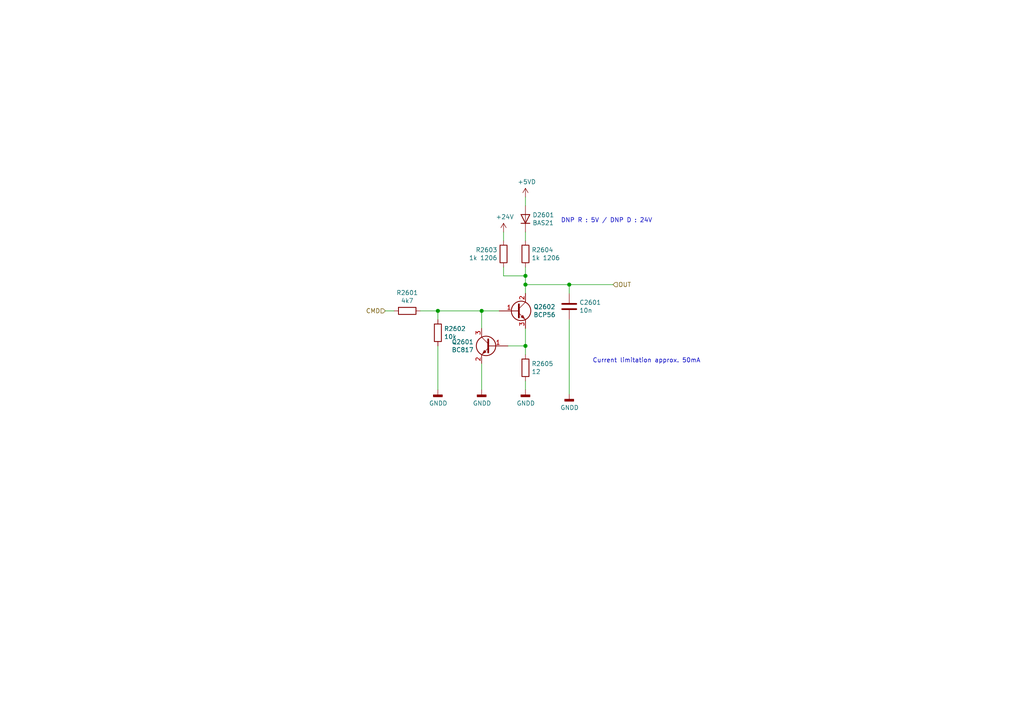
<source format=kicad_sch>
(kicad_sch (version 20211123) (generator eeschema)

  (uuid 682d9ca8-b7a9-45f6-ad57-75bc9baaffab)

  (paper "A4")

  (lib_symbols
    (symbol "Device:C" (pin_numbers hide) (pin_names (offset 0.254)) (in_bom yes) (on_board yes)
      (property "Reference" "C" (id 0) (at 0.635 2.54 0)
        (effects (font (size 1.27 1.27)) (justify left))
      )
      (property "Value" "C" (id 1) (at 0.635 -2.54 0)
        (effects (font (size 1.27 1.27)) (justify left))
      )
      (property "Footprint" "" (id 2) (at 0.9652 -3.81 0)
        (effects (font (size 1.27 1.27)) hide)
      )
      (property "Datasheet" "~" (id 3) (at 0 0 0)
        (effects (font (size 1.27 1.27)) hide)
      )
      (property "ki_keywords" "cap capacitor" (id 4) (at 0 0 0)
        (effects (font (size 1.27 1.27)) hide)
      )
      (property "ki_description" "Unpolarized capacitor" (id 5) (at 0 0 0)
        (effects (font (size 1.27 1.27)) hide)
      )
      (property "ki_fp_filters" "C_*" (id 6) (at 0 0 0)
        (effects (font (size 1.27 1.27)) hide)
      )
      (symbol "C_0_1"
        (polyline
          (pts
            (xy -2.032 -0.762)
            (xy 2.032 -0.762)
          )
          (stroke (width 0.508) (type default) (color 0 0 0 0))
          (fill (type none))
        )
        (polyline
          (pts
            (xy -2.032 0.762)
            (xy 2.032 0.762)
          )
          (stroke (width 0.508) (type default) (color 0 0 0 0))
          (fill (type none))
        )
      )
      (symbol "C_1_1"
        (pin passive line (at 0 3.81 270) (length 2.794)
          (name "~" (effects (font (size 1.27 1.27))))
          (number "1" (effects (font (size 1.27 1.27))))
        )
        (pin passive line (at 0 -3.81 90) (length 2.794)
          (name "~" (effects (font (size 1.27 1.27))))
          (number "2" (effects (font (size 1.27 1.27))))
        )
      )
    )
    (symbol "Device:R" (pin_numbers hide) (pin_names (offset 0)) (in_bom yes) (on_board yes)
      (property "Reference" "R" (id 0) (at 2.032 0 90)
        (effects (font (size 1.27 1.27)))
      )
      (property "Value" "R" (id 1) (at 0 0 90)
        (effects (font (size 1.27 1.27)))
      )
      (property "Footprint" "" (id 2) (at -1.778 0 90)
        (effects (font (size 1.27 1.27)) hide)
      )
      (property "Datasheet" "~" (id 3) (at 0 0 0)
        (effects (font (size 1.27 1.27)) hide)
      )
      (property "ki_keywords" "R res resistor" (id 4) (at 0 0 0)
        (effects (font (size 1.27 1.27)) hide)
      )
      (property "ki_description" "Resistor" (id 5) (at 0 0 0)
        (effects (font (size 1.27 1.27)) hide)
      )
      (property "ki_fp_filters" "R_*" (id 6) (at 0 0 0)
        (effects (font (size 1.27 1.27)) hide)
      )
      (symbol "R_0_1"
        (rectangle (start -1.016 -2.54) (end 1.016 2.54)
          (stroke (width 0.254) (type default) (color 0 0 0 0))
          (fill (type none))
        )
      )
      (symbol "R_1_1"
        (pin passive line (at 0 3.81 270) (length 1.27)
          (name "~" (effects (font (size 1.27 1.27))))
          (number "1" (effects (font (size 1.27 1.27))))
        )
        (pin passive line (at 0 -3.81 90) (length 1.27)
          (name "~" (effects (font (size 1.27 1.27))))
          (number "2" (effects (font (size 1.27 1.27))))
        )
      )
    )
    (symbol "Diode:BAS21" (pin_numbers hide) (pin_names hide) (in_bom yes) (on_board yes)
      (property "Reference" "D" (id 0) (at 0 2.54 0)
        (effects (font (size 1.27 1.27)))
      )
      (property "Value" "BAS21" (id 1) (at 0 -2.54 0)
        (effects (font (size 1.27 1.27)))
      )
      (property "Footprint" "Package_TO_SOT_SMD:SOT-23" (id 2) (at 0 -4.445 0)
        (effects (font (size 1.27 1.27)) hide)
      )
      (property "Datasheet" "https://www.diodes.com/assets/Datasheets/Ds12004.pdf" (id 3) (at 0 0 0)
        (effects (font (size 1.27 1.27)) hide)
      )
      (property "ki_keywords" "diode" (id 4) (at 0 0 0)
        (effects (font (size 1.27 1.27)) hide)
      )
      (property "ki_description" "250V, 0.4A, High-speed Switching Diode, SOT-23" (id 5) (at 0 0 0)
        (effects (font (size 1.27 1.27)) hide)
      )
      (property "ki_fp_filters" "SOT?23*" (id 6) (at 0 0 0)
        (effects (font (size 1.27 1.27)) hide)
      )
      (symbol "BAS21_0_1"
        (polyline
          (pts
            (xy -1.27 1.27)
            (xy -1.27 -1.27)
          )
          (stroke (width 0.254) (type default) (color 0 0 0 0))
          (fill (type none))
        )
        (polyline
          (pts
            (xy 1.27 0)
            (xy -1.27 0)
          )
          (stroke (width 0) (type default) (color 0 0 0 0))
          (fill (type none))
        )
        (polyline
          (pts
            (xy 1.27 1.27)
            (xy 1.27 -1.27)
            (xy -1.27 0)
            (xy 1.27 1.27)
          )
          (stroke (width 0.254) (type default) (color 0 0 0 0))
          (fill (type none))
        )
      )
      (symbol "BAS21_1_1"
        (pin passive line (at 3.81 0 180) (length 2.54)
          (name "A" (effects (font (size 1.27 1.27))))
          (number "1" (effects (font (size 1.27 1.27))))
        )
        (pin no_connect line (at -1.27 0 0) (length 2.54) hide
          (name "NC" (effects (font (size 1.27 1.27))))
          (number "2" (effects (font (size 1.27 1.27))))
        )
        (pin passive line (at -3.81 0 0) (length 2.54)
          (name "K" (effects (font (size 1.27 1.27))))
          (number "3" (effects (font (size 1.27 1.27))))
        )
      )
    )
    (symbol "Transistor_BJT:BC817" (pin_names (offset 0) hide) (in_bom yes) (on_board yes)
      (property "Reference" "Q" (id 0) (at 5.08 1.905 0)
        (effects (font (size 1.27 1.27)) (justify left))
      )
      (property "Value" "BC817" (id 1) (at 5.08 0 0)
        (effects (font (size 1.27 1.27)) (justify left))
      )
      (property "Footprint" "Package_TO_SOT_SMD:SOT-23" (id 2) (at 5.08 -1.905 0)
        (effects (font (size 1.27 1.27) italic) (justify left) hide)
      )
      (property "Datasheet" "https://www.onsemi.com/pub/Collateral/BC818-D.pdf" (id 3) (at 0 0 0)
        (effects (font (size 1.27 1.27)) (justify left) hide)
      )
      (property "ki_keywords" "NPN Transistor" (id 4) (at 0 0 0)
        (effects (font (size 1.27 1.27)) hide)
      )
      (property "ki_description" "0.8A Ic, 45V Vce, NPN Transistor, SOT-23" (id 5) (at 0 0 0)
        (effects (font (size 1.27 1.27)) hide)
      )
      (property "ki_fp_filters" "SOT?23*" (id 6) (at 0 0 0)
        (effects (font (size 1.27 1.27)) hide)
      )
      (symbol "BC817_0_1"
        (polyline
          (pts
            (xy 0.635 0.635)
            (xy 2.54 2.54)
          )
          (stroke (width 0) (type default) (color 0 0 0 0))
          (fill (type none))
        )
        (polyline
          (pts
            (xy 0.635 -0.635)
            (xy 2.54 -2.54)
            (xy 2.54 -2.54)
          )
          (stroke (width 0) (type default) (color 0 0 0 0))
          (fill (type none))
        )
        (polyline
          (pts
            (xy 0.635 1.905)
            (xy 0.635 -1.905)
            (xy 0.635 -1.905)
          )
          (stroke (width 0.508) (type default) (color 0 0 0 0))
          (fill (type none))
        )
        (polyline
          (pts
            (xy 1.27 -1.778)
            (xy 1.778 -1.27)
            (xy 2.286 -2.286)
            (xy 1.27 -1.778)
            (xy 1.27 -1.778)
          )
          (stroke (width 0) (type default) (color 0 0 0 0))
          (fill (type outline))
        )
        (circle (center 1.27 0) (radius 2.8194)
          (stroke (width 0.254) (type default) (color 0 0 0 0))
          (fill (type none))
        )
      )
      (symbol "BC817_1_1"
        (pin input line (at -5.08 0 0) (length 5.715)
          (name "B" (effects (font (size 1.27 1.27))))
          (number "1" (effects (font (size 1.27 1.27))))
        )
        (pin passive line (at 2.54 -5.08 90) (length 2.54)
          (name "E" (effects (font (size 1.27 1.27))))
          (number "2" (effects (font (size 1.27 1.27))))
        )
        (pin passive line (at 2.54 5.08 270) (length 2.54)
          (name "C" (effects (font (size 1.27 1.27))))
          (number "3" (effects (font (size 1.27 1.27))))
        )
      )
    )
    (symbol "Transistor_BJT:BCP56" (pin_names (offset 0) hide) (in_bom yes) (on_board yes)
      (property "Reference" "Q" (id 0) (at 5.08 1.905 0)
        (effects (font (size 1.27 1.27)) (justify left))
      )
      (property "Value" "BCP56" (id 1) (at 5.08 0 0)
        (effects (font (size 1.27 1.27)) (justify left))
      )
      (property "Footprint" "Package_TO_SOT_SMD:SOT-223-3_TabPin2" (id 2) (at 5.08 -1.905 0)
        (effects (font (size 1.27 1.27) italic) (justify left) hide)
      )
      (property "Datasheet" "http://cache.nxp.com/documents/data_sheet/BCP56_BCX56_BC56PA.pdf?pspll=1" (id 3) (at 0 0 0)
        (effects (font (size 1.27 1.27)) (justify left) hide)
      )
      (property "ki_keywords" "NPN Transistor" (id 4) (at 0 0 0)
        (effects (font (size 1.27 1.27)) hide)
      )
      (property "ki_description" "1A Ic, 80V Vce, NPN Medium Power Transistor, SOT-223" (id 5) (at 0 0 0)
        (effects (font (size 1.27 1.27)) hide)
      )
      (property "ki_fp_filters" "SOT?223*" (id 6) (at 0 0 0)
        (effects (font (size 1.27 1.27)) hide)
      )
      (symbol "BCP56_0_1"
        (polyline
          (pts
            (xy 0.635 0.635)
            (xy 2.54 2.54)
          )
          (stroke (width 0) (type default) (color 0 0 0 0))
          (fill (type none))
        )
        (polyline
          (pts
            (xy 0.635 -0.635)
            (xy 2.54 -2.54)
            (xy 2.54 -2.54)
          )
          (stroke (width 0) (type default) (color 0 0 0 0))
          (fill (type none))
        )
        (polyline
          (pts
            (xy 0.635 1.905)
            (xy 0.635 -1.905)
            (xy 0.635 -1.905)
          )
          (stroke (width 0.508) (type default) (color 0 0 0 0))
          (fill (type none))
        )
        (polyline
          (pts
            (xy 1.27 -1.778)
            (xy 1.778 -1.27)
            (xy 2.286 -2.286)
            (xy 1.27 -1.778)
            (xy 1.27 -1.778)
          )
          (stroke (width 0) (type default) (color 0 0 0 0))
          (fill (type outline))
        )
        (circle (center 1.27 0) (radius 2.8194)
          (stroke (width 0.254) (type default) (color 0 0 0 0))
          (fill (type none))
        )
      )
      (symbol "BCP56_1_1"
        (pin input line (at -5.08 0 0) (length 5.715)
          (name "B" (effects (font (size 1.27 1.27))))
          (number "1" (effects (font (size 1.27 1.27))))
        )
        (pin passive line (at 2.54 5.08 270) (length 2.54)
          (name "C" (effects (font (size 1.27 1.27))))
          (number "2" (effects (font (size 1.27 1.27))))
        )
        (pin passive line (at 2.54 -5.08 90) (length 2.54)
          (name "E" (effects (font (size 1.27 1.27))))
          (number "3" (effects (font (size 1.27 1.27))))
        )
        (pin passive line (at 2.54 5.08 270) (length 2.54) hide
          (name "C" (effects (font (size 1.27 1.27))))
          (number "4" (effects (font (size 1.27 1.27))))
        )
      )
    )
    (symbol "power:+24V" (power) (pin_names (offset 0)) (in_bom yes) (on_board yes)
      (property "Reference" "#PWR" (id 0) (at 0 -3.81 0)
        (effects (font (size 1.27 1.27)) hide)
      )
      (property "Value" "+24V" (id 1) (at 0 3.556 0)
        (effects (font (size 1.27 1.27)))
      )
      (property "Footprint" "" (id 2) (at 0 0 0)
        (effects (font (size 1.27 1.27)) hide)
      )
      (property "Datasheet" "" (id 3) (at 0 0 0)
        (effects (font (size 1.27 1.27)) hide)
      )
      (property "ki_keywords" "power-flag" (id 4) (at 0 0 0)
        (effects (font (size 1.27 1.27)) hide)
      )
      (property "ki_description" "Power symbol creates a global label with name \"+24V\"" (id 5) (at 0 0 0)
        (effects (font (size 1.27 1.27)) hide)
      )
      (symbol "+24V_0_1"
        (polyline
          (pts
            (xy -0.762 1.27)
            (xy 0 2.54)
          )
          (stroke (width 0) (type default) (color 0 0 0 0))
          (fill (type none))
        )
        (polyline
          (pts
            (xy 0 0)
            (xy 0 2.54)
          )
          (stroke (width 0) (type default) (color 0 0 0 0))
          (fill (type none))
        )
        (polyline
          (pts
            (xy 0 2.54)
            (xy 0.762 1.27)
          )
          (stroke (width 0) (type default) (color 0 0 0 0))
          (fill (type none))
        )
      )
      (symbol "+24V_1_1"
        (pin power_in line (at 0 0 90) (length 0) hide
          (name "+24V" (effects (font (size 1.27 1.27))))
          (number "1" (effects (font (size 1.27 1.27))))
        )
      )
    )
    (symbol "power:+5VD" (power) (pin_names (offset 0)) (in_bom yes) (on_board yes)
      (property "Reference" "#PWR" (id 0) (at 0 -3.81 0)
        (effects (font (size 1.27 1.27)) hide)
      )
      (property "Value" "+5VD" (id 1) (at 0 3.556 0)
        (effects (font (size 1.27 1.27)))
      )
      (property "Footprint" "" (id 2) (at 0 0 0)
        (effects (font (size 1.27 1.27)) hide)
      )
      (property "Datasheet" "" (id 3) (at 0 0 0)
        (effects (font (size 1.27 1.27)) hide)
      )
      (property "ki_keywords" "power-flag" (id 4) (at 0 0 0)
        (effects (font (size 1.27 1.27)) hide)
      )
      (property "ki_description" "Power symbol creates a global label with name \"+5VD\"" (id 5) (at 0 0 0)
        (effects (font (size 1.27 1.27)) hide)
      )
      (symbol "+5VD_0_1"
        (polyline
          (pts
            (xy -0.762 1.27)
            (xy 0 2.54)
          )
          (stroke (width 0) (type default) (color 0 0 0 0))
          (fill (type none))
        )
        (polyline
          (pts
            (xy 0 0)
            (xy 0 2.54)
          )
          (stroke (width 0) (type default) (color 0 0 0 0))
          (fill (type none))
        )
        (polyline
          (pts
            (xy 0 2.54)
            (xy 0.762 1.27)
          )
          (stroke (width 0) (type default) (color 0 0 0 0))
          (fill (type none))
        )
      )
      (symbol "+5VD_1_1"
        (pin power_in line (at 0 0 90) (length 0) hide
          (name "+5VD" (effects (font (size 1.27 1.27))))
          (number "1" (effects (font (size 1.27 1.27))))
        )
      )
    )
    (symbol "power:GNDD" (power) (pin_names (offset 0)) (in_bom yes) (on_board yes)
      (property "Reference" "#PWR" (id 0) (at 0 -6.35 0)
        (effects (font (size 1.27 1.27)) hide)
      )
      (property "Value" "GNDD" (id 1) (at 0 -3.175 0)
        (effects (font (size 1.27 1.27)))
      )
      (property "Footprint" "" (id 2) (at 0 0 0)
        (effects (font (size 1.27 1.27)) hide)
      )
      (property "Datasheet" "" (id 3) (at 0 0 0)
        (effects (font (size 1.27 1.27)) hide)
      )
      (property "ki_keywords" "power-flag" (id 4) (at 0 0 0)
        (effects (font (size 1.27 1.27)) hide)
      )
      (property "ki_description" "Power symbol creates a global label with name \"GNDD\" , digital ground" (id 5) (at 0 0 0)
        (effects (font (size 1.27 1.27)) hide)
      )
      (symbol "GNDD_0_1"
        (rectangle (start -1.27 -1.524) (end 1.27 -2.032)
          (stroke (width 0.254) (type default) (color 0 0 0 0))
          (fill (type outline))
        )
        (polyline
          (pts
            (xy 0 0)
            (xy 0 -1.524)
          )
          (stroke (width 0) (type default) (color 0 0 0 0))
          (fill (type none))
        )
      )
      (symbol "GNDD_1_1"
        (pin power_in line (at 0 0 270) (length 0) hide
          (name "GNDD" (effects (font (size 1.27 1.27))))
          (number "1" (effects (font (size 1.27 1.27))))
        )
      )
    )
  )

  (junction (at 152.4 82.55) (diameter 1.016) (color 0 0 0 0)
    (uuid 0150466f-ce29-4592-90c4-9b392099c1dd)
  )
  (junction (at 152.4 80.01) (diameter 1.016) (color 0 0 0 0)
    (uuid 04f08b3b-9cdb-4c32-9518-cb2b93f4877b)
  )
  (junction (at 127 90.17) (diameter 1.016) (color 0 0 0 0)
    (uuid 4a794a6c-2999-494a-8e8f-8c2da759703b)
  )
  (junction (at 152.4 100.33) (diameter 1.016) (color 0 0 0 0)
    (uuid b81289f2-27cf-4233-b1fc-a46009c0e108)
  )
  (junction (at 165.1 82.55) (diameter 1.016) (color 0 0 0 0)
    (uuid cc5cfc5b-07f7-4d97-89c7-bcfdfbae9ca7)
  )
  (junction (at 139.7 90.17) (diameter 1.016) (color 0 0 0 0)
    (uuid fd139142-05da-4c50-8a33-ae6a9be8379b)
  )

  (wire (pts (xy 146.05 77.47) (xy 146.05 80.01))
    (stroke (width 0) (type solid) (color 0 0 0 0))
    (uuid 068a9468-3473-4211-85ea-850f974b2420)
  )
  (wire (pts (xy 152.4 57.15) (xy 152.4 59.69))
    (stroke (width 0) (type solid) (color 0 0 0 0))
    (uuid 1f532a01-7dd2-4016-bd0b-5de415997445)
  )
  (wire (pts (xy 139.7 90.17) (xy 139.7 95.25))
    (stroke (width 0) (type solid) (color 0 0 0 0))
    (uuid 3bab4c4b-452d-46e4-9cad-d5bde11172e2)
  )
  (wire (pts (xy 146.05 67.31) (xy 146.05 69.85))
    (stroke (width 0) (type solid) (color 0 0 0 0))
    (uuid 3e879760-c9bb-4be9-90dd-10186d6640ca)
  )
  (wire (pts (xy 152.4 80.01) (xy 152.4 82.55))
    (stroke (width 0) (type solid) (color 0 0 0 0))
    (uuid 4b48c725-5765-4833-bf82-9f95bf53e282)
  )
  (wire (pts (xy 121.92 90.17) (xy 127 90.17))
    (stroke (width 0) (type solid) (color 0 0 0 0))
    (uuid 4e9272f6-4965-4394-bf8f-3bb8a9d0dbc0)
  )
  (wire (pts (xy 165.1 85.09) (xy 165.1 82.55))
    (stroke (width 0) (type solid) (color 0 0 0 0))
    (uuid 5005b4e5-5105-4f10-838f-414505953e79)
  )
  (wire (pts (xy 152.4 100.33) (xy 152.4 102.87))
    (stroke (width 0) (type solid) (color 0 0 0 0))
    (uuid 5577c6eb-3259-432b-af68-ea00af774ddc)
  )
  (wire (pts (xy 127 100.33) (xy 127 113.03))
    (stroke (width 0) (type solid) (color 0 0 0 0))
    (uuid 5b5ac67b-d366-4f1b-ae15-6e3b914a5f05)
  )
  (wire (pts (xy 177.8 82.55) (xy 165.1 82.55))
    (stroke (width 0) (type solid) (color 0 0 0 0))
    (uuid 6e80eb76-57e9-4d0c-86f2-4ad498ece8e5)
  )
  (wire (pts (xy 152.4 110.49) (xy 152.4 113.03))
    (stroke (width 0) (type solid) (color 0 0 0 0))
    (uuid 930a6d5a-f783-4499-8546-95b86ee68b79)
  )
  (wire (pts (xy 165.1 82.55) (xy 152.4 82.55))
    (stroke (width 0) (type solid) (color 0 0 0 0))
    (uuid 99095088-bb57-4ffc-8e57-a3deea09c05f)
  )
  (wire (pts (xy 152.4 85.09) (xy 152.4 82.55))
    (stroke (width 0) (type solid) (color 0 0 0 0))
    (uuid a44b141f-0577-47cd-b544-da78e425cc74)
  )
  (wire (pts (xy 152.4 67.31) (xy 152.4 69.85))
    (stroke (width 0) (type solid) (color 0 0 0 0))
    (uuid aa54a77c-0ed5-42c8-8b64-1d2a34539773)
  )
  (wire (pts (xy 114.3 90.17) (xy 111.76 90.17))
    (stroke (width 0) (type solid) (color 0 0 0 0))
    (uuid ae6d6d11-5ed5-4ab4-a9cd-9861c28a6095)
  )
  (wire (pts (xy 146.05 80.01) (xy 152.4 80.01))
    (stroke (width 0) (type solid) (color 0 0 0 0))
    (uuid c12c08de-68c7-4f40-82f6-611d0c4ae4bf)
  )
  (wire (pts (xy 147.32 100.33) (xy 152.4 100.33))
    (stroke (width 0) (type solid) (color 0 0 0 0))
    (uuid ca014929-e7f3-442a-a321-dfd21e0f0a8d)
  )
  (wire (pts (xy 152.4 77.47) (xy 152.4 80.01))
    (stroke (width 0) (type solid) (color 0 0 0 0))
    (uuid d0c8df97-1283-414d-a989-1fa584f8e3b1)
  )
  (wire (pts (xy 139.7 90.17) (xy 144.78 90.17))
    (stroke (width 0) (type solid) (color 0 0 0 0))
    (uuid dc5435c5-d893-40db-97d0-ecadd17df1c3)
  )
  (wire (pts (xy 152.4 95.25) (xy 152.4 100.33))
    (stroke (width 0) (type solid) (color 0 0 0 0))
    (uuid e155b864-e547-4cff-a3da-b4e0357881eb)
  )
  (wire (pts (xy 165.1 92.71) (xy 165.1 114.3))
    (stroke (width 0) (type solid) (color 0 0 0 0))
    (uuid e174bb6a-8d8b-4d02-bb67-596970677d29)
  )
  (wire (pts (xy 127 92.71) (xy 127 90.17))
    (stroke (width 0) (type solid) (color 0 0 0 0))
    (uuid e25afb60-4cf8-4f83-b8d2-d9f4fc256aa0)
  )
  (wire (pts (xy 139.7 105.41) (xy 139.7 113.03))
    (stroke (width 0) (type solid) (color 0 0 0 0))
    (uuid eeea82e6-ba7a-419d-887b-950057ded40c)
  )
  (wire (pts (xy 127 90.17) (xy 139.7 90.17))
    (stroke (width 0) (type solid) (color 0 0 0 0))
    (uuid f69816c5-56c8-4681-8cc7-911a5c36dfe8)
  )

  (text "DNP R : 5V / DNP D : 24V" (at 189.23 64.77 180)
    (effects (font (size 1.27 1.27)) (justify right bottom))
    (uuid 36c8ee82-1852-4608-a488-a3c9a51670b1)
  )
  (text "Current limitation approx. 50mA" (at 203.2 105.41 180)
    (effects (font (size 1.27 1.27)) (justify right bottom))
    (uuid 78effaf7-d537-4be8-baf3-919c8c9606fe)
  )

  (hierarchical_label "OUT" (shape input) (at 177.8 82.55 0)
    (effects (font (size 1.27 1.27)) (justify left))
    (uuid 092998e1-1c5e-4429-b54d-05dc9b4a4a05)
  )
  (hierarchical_label "CMD" (shape input) (at 111.76 90.17 180)
    (effects (font (size 1.27 1.27)) (justify right))
    (uuid 7b410b75-bec6-44ee-913d-ac89a3a8b2dd)
  )

  (symbol (lib_id "power:GNDD") (at 139.7 113.03 0)
    (in_bom yes) (on_board yes)
    (uuid 05beefc0-bf91-44df-968f-c56f6ae3e411)
    (property "Reference" "#PWR02602" (id 0) (at 139.7 119.38 0)
      (effects (font (size 1.27 1.27)) hide)
    )
    (property "Value" "GNDD" (id 1) (at 139.8016 116.967 0))
    (property "Footprint" "" (id 2) (at 139.7 113.03 0)
      (effects (font (size 1.27 1.27)) hide)
    )
    (property "Datasheet" "" (id 3) (at 139.7 113.03 0)
      (effects (font (size 1.27 1.27)) hide)
    )
    (pin "1" (uuid af5f9627-4912-4515-bf84-a084f2a6e544))
  )

  (symbol (lib_id "Device:R") (at 152.4 73.66 0)
    (in_bom yes) (on_board yes)
    (uuid 187627d9-2835-4cda-bb9c-408bd6f90d07)
    (property "Reference" "R2604" (id 0) (at 154.178 72.4916 0)
      (effects (font (size 1.27 1.27)) (justify left))
    )
    (property "Value" "1k 1206" (id 1) (at 154.178 74.803 0)
      (effects (font (size 1.27 1.27)) (justify left))
    )
    (property "Footprint" "Resistor_SMD:R_1206_3216Metric" (id 2) (at 150.622 73.66 90)
      (effects (font (size 1.27 1.27)) hide)
    )
    (property "Datasheet" "~" (id 3) (at 152.4 73.66 0)
      (effects (font (size 1.27 1.27)) hide)
    )
    (pin "1" (uuid 05e620f9-a430-41da-be3e-36572b747ae4))
    (pin "2" (uuid b9ff9300-fe7e-4b53-b7a8-d693e4be0f89))
  )

  (symbol (lib_id "Device:R") (at 127 96.52 0)
    (in_bom yes) (on_board yes)
    (uuid 2a7b7fde-2a35-407e-b4e2-20b7db208b3a)
    (property "Reference" "R2602" (id 0) (at 128.778 95.3516 0)
      (effects (font (size 1.27 1.27)) (justify left))
    )
    (property "Value" "10k" (id 1) (at 128.778 97.663 0)
      (effects (font (size 1.27 1.27)) (justify left))
    )
    (property "Footprint" "Resistor_SMD:R_0603_1608Metric" (id 2) (at 125.222 96.52 90)
      (effects (font (size 1.27 1.27)) hide)
    )
    (property "Datasheet" "~" (id 3) (at 127 96.52 0)
      (effects (font (size 1.27 1.27)) hide)
    )
    (pin "1" (uuid 4fec2b78-79f6-44a6-b0f3-58c2524a5b3f))
    (pin "2" (uuid 3a77fb6d-e276-446f-94bd-adf6cbff4a34))
  )

  (symbol (lib_id "Transistor_BJT:BCP56") (at 149.86 90.17 0)
    (in_bom yes) (on_board yes)
    (uuid 2f10eb66-869b-4360-9ef4-0646a9d706ed)
    (property "Reference" "Q2602" (id 0) (at 154.7114 89.0016 0)
      (effects (font (size 1.27 1.27)) (justify left))
    )
    (property "Value" "BCP56" (id 1) (at 154.7114 91.313 0)
      (effects (font (size 1.27 1.27)) (justify left))
    )
    (property "Footprint" "Package_TO_SOT_SMD:SOT-223" (id 2) (at 154.94 92.075 0)
      (effects (font (size 1.27 1.27) italic) (justify left) hide)
    )
    (property "Datasheet" "http://cache.nxp.com/documents/data_sheet/BCP56_BCX56_BC56PA.pdf?pspll=1" (id 3) (at 149.86 90.17 0)
      (effects (font (size 1.27 1.27)) (justify left) hide)
    )
    (pin "1" (uuid e15fd27e-f63b-4e94-bfd1-8fb903a38ac9))
    (pin "2" (uuid 01360358-172a-423c-bc34-ee2e53ba9e5a))
    (pin "3" (uuid 14289b5f-949e-484f-88cf-6bd3ff252f60))
    (pin "4" (uuid eb6b5cd2-e970-45e0-94fb-01156107f679))
  )

  (symbol (lib_id "Device:C") (at 165.1 88.9 0)
    (in_bom yes) (on_board yes)
    (uuid 3a160038-1a2e-4bd6-bc5c-996f20c17066)
    (property "Reference" "C2601" (id 0) (at 168.021 87.7316 0)
      (effects (font (size 1.27 1.27)) (justify left))
    )
    (property "Value" "10n" (id 1) (at 168.021 90.043 0)
      (effects (font (size 1.27 1.27)) (justify left))
    )
    (property "Footprint" "Capacitor_SMD:C_0603_1608Metric" (id 2) (at 166.0652 92.71 0)
      (effects (font (size 1.27 1.27)) hide)
    )
    (property "Datasheet" "~" (id 3) (at 165.1 88.9 0)
      (effects (font (size 1.27 1.27)) hide)
    )
    (pin "1" (uuid 37a9cb1c-1898-4105-8456-225141c6a399))
    (pin "2" (uuid c72ae284-cb58-482d-84a7-57d2d119d19c))
  )

  (symbol (lib_id "power:+24V") (at 146.05 67.31 0)
    (in_bom yes) (on_board yes)
    (uuid 4c6a6f06-0d5a-4edb-b58c-fad1cab725c5)
    (property "Reference" "#PWR02603" (id 0) (at 146.05 71.12 0)
      (effects (font (size 1.27 1.27)) hide)
    )
    (property "Value" "+24V" (id 1) (at 146.431 62.9158 0))
    (property "Footprint" "" (id 2) (at 146.05 67.31 0)
      (effects (font (size 1.27 1.27)) hide)
    )
    (property "Datasheet" "" (id 3) (at 146.05 67.31 0)
      (effects (font (size 1.27 1.27)) hide)
    )
    (pin "1" (uuid 21bdb6e6-5695-4f08-a907-82d32a2b1267))
  )

  (symbol (lib_id "power:+5VD") (at 152.4 57.15 0)
    (in_bom yes) (on_board yes)
    (uuid 50f7af1c-b250-4a5b-b9c9-ff4d96cacf8f)
    (property "Reference" "#PWR02604" (id 0) (at 152.4 60.96 0)
      (effects (font (size 1.27 1.27)) hide)
    )
    (property "Value" "+5VD" (id 1) (at 152.781 52.7558 0))
    (property "Footprint" "" (id 2) (at 152.4 57.15 0)
      (effects (font (size 1.27 1.27)) hide)
    )
    (property "Datasheet" "" (id 3) (at 152.4 57.15 0)
      (effects (font (size 1.27 1.27)) hide)
    )
    (pin "1" (uuid 23a22c7b-b72a-4060-b25a-6621fa547064))
  )

  (symbol (lib_id "Transistor_BJT:BC817") (at 142.24 100.33 0) (mirror y)
    (in_bom yes) (on_board yes)
    (uuid 567c4773-2f16-4e43-8d6f-aff483fcd30e)
    (property "Reference" "Q2601" (id 0) (at 137.3885 99.1806 0)
      (effects (font (size 1.27 1.27)) (justify left))
    )
    (property "Value" "BC817" (id 1) (at 137.3885 101.4793 0)
      (effects (font (size 1.27 1.27)) (justify left))
    )
    (property "Footprint" "Package_TO_SOT_SMD:SOT-23" (id 2) (at 137.16 102.235 0)
      (effects (font (size 1.27 1.27) italic) (justify left) hide)
    )
    (property "Datasheet" "https://www.onsemi.com/pub/Collateral/BC818-D.pdf" (id 3) (at 142.24 100.33 0)
      (effects (font (size 1.27 1.27)) (justify left) hide)
    )
    (pin "1" (uuid 9a43088a-3ca9-45ff-89ca-0432366a9b13))
    (pin "2" (uuid 71953918-72bc-434a-95ab-2326e78cbbe4))
    (pin "3" (uuid 6f87eda6-30c7-44fc-b097-2e3a9633f0bf))
  )

  (symbol (lib_id "Diode:BAS21") (at 152.4 63.5 90)
    (in_bom yes) (on_board yes)
    (uuid 568bfbc1-26c3-4d77-bb64-cb0ed36a368b)
    (property "Reference" "D2601" (id 0) (at 154.4321 62.3506 90)
      (effects (font (size 1.27 1.27)) (justify right))
    )
    (property "Value" "BAS21" (id 1) (at 154.4321 64.6493 90)
      (effects (font (size 1.27 1.27)) (justify right))
    )
    (property "Footprint" "Package_TO_SOT_SMD:SOT-23" (id 2) (at 156.845 63.5 0)
      (effects (font (size 1.27 1.27)) hide)
    )
    (property "Datasheet" "https://www.diodes.com/assets/Datasheets/Ds12004.pdf" (id 3) (at 152.4 63.5 0)
      (effects (font (size 1.27 1.27)) hide)
    )
    (pin "1" (uuid 8036e789-7d9b-478f-bcb4-b85626a9b1d1))
    (pin "2" (uuid 863e039f-3e0c-4d84-a8e2-a7920b294ce7))
    (pin "3" (uuid 8f55d49f-094e-40fe-a710-8184e62bda69))
  )

  (symbol (lib_id "power:GNDD") (at 127 113.03 0)
    (in_bom yes) (on_board yes)
    (uuid 673a5349-813c-40e8-b37c-be5b6b22bf61)
    (property "Reference" "#PWR02601" (id 0) (at 127 119.38 0)
      (effects (font (size 1.27 1.27)) hide)
    )
    (property "Value" "GNDD" (id 1) (at 127.1016 116.967 0))
    (property "Footprint" "" (id 2) (at 127 113.03 0)
      (effects (font (size 1.27 1.27)) hide)
    )
    (property "Datasheet" "" (id 3) (at 127 113.03 0)
      (effects (font (size 1.27 1.27)) hide)
    )
    (pin "1" (uuid b2f6bdd7-293e-42a2-8272-582eac8dc4c3))
  )

  (symbol (lib_id "Device:R") (at 118.11 90.17 270)
    (in_bom yes) (on_board yes)
    (uuid 7eff7ea3-b5db-4a38-93c1-03bba895f71b)
    (property "Reference" "R2601" (id 0) (at 118.11 84.9122 90))
    (property "Value" "4k7" (id 1) (at 118.11 87.2236 90))
    (property "Footprint" "Resistor_SMD:R_0603_1608Metric" (id 2) (at 118.11 88.392 90)
      (effects (font (size 1.27 1.27)) hide)
    )
    (property "Datasheet" "~" (id 3) (at 118.11 90.17 0)
      (effects (font (size 1.27 1.27)) hide)
    )
    (pin "1" (uuid c81f6988-c8b6-4292-8c71-f34f13146c1a))
    (pin "2" (uuid 4d947d74-55d7-42b4-8828-c5bfc1ca6400))
  )

  (symbol (lib_id "Device:R") (at 152.4 106.68 0)
    (in_bom yes) (on_board yes)
    (uuid 9e1ad9c8-b8c6-42a2-8719-ea4ba746d374)
    (property "Reference" "R2605" (id 0) (at 154.178 105.5116 0)
      (effects (font (size 1.27 1.27)) (justify left))
    )
    (property "Value" "12" (id 1) (at 154.178 107.823 0)
      (effects (font (size 1.27 1.27)) (justify left))
    )
    (property "Footprint" "Resistor_SMD:R_0603_1608Metric" (id 2) (at 150.622 106.68 90)
      (effects (font (size 1.27 1.27)) hide)
    )
    (property "Datasheet" "~" (id 3) (at 152.4 106.68 0)
      (effects (font (size 1.27 1.27)) hide)
    )
    (pin "1" (uuid 92d80904-31d9-4e9d-b8d5-1d8e442209bf))
    (pin "2" (uuid bfe1f2f2-b4e9-4bda-bdf6-75ae66e1f7c0))
  )

  (symbol (lib_id "Device:R") (at 146.05 73.66 0) (mirror y)
    (in_bom yes) (on_board yes)
    (uuid b481a77d-6234-49af-a575-17d06cc17e41)
    (property "Reference" "R2603" (id 0) (at 144.272 72.4916 0)
      (effects (font (size 1.27 1.27)) (justify left))
    )
    (property "Value" "1k 1206" (id 1) (at 144.272 74.803 0)
      (effects (font (size 1.27 1.27)) (justify left))
    )
    (property "Footprint" "Resistor_SMD:R_1206_3216Metric" (id 2) (at 147.828 73.66 90)
      (effects (font (size 1.27 1.27)) hide)
    )
    (property "Datasheet" "~" (id 3) (at 146.05 73.66 0)
      (effects (font (size 1.27 1.27)) hide)
    )
    (pin "1" (uuid 3e8ce70d-e98a-48fd-931f-ac83b30d978c))
    (pin "2" (uuid 5fffbcff-3f68-45eb-b39e-0441a250f4e6))
  )

  (symbol (lib_id "power:GNDD") (at 165.1 114.3 0)
    (in_bom yes) (on_board yes)
    (uuid c269bd8e-6e21-41df-aaf2-cb1c1ed7debf)
    (property "Reference" "#PWR02606" (id 0) (at 165.1 120.65 0)
      (effects (font (size 1.27 1.27)) hide)
    )
    (property "Value" "GNDD" (id 1) (at 165.2016 118.237 0))
    (property "Footprint" "" (id 2) (at 165.1 114.3 0)
      (effects (font (size 1.27 1.27)) hide)
    )
    (property "Datasheet" "" (id 3) (at 165.1 114.3 0)
      (effects (font (size 1.27 1.27)) hide)
    )
    (pin "1" (uuid 7f3211a1-26c9-4cee-a98d-d0cdb5486e71))
  )

  (symbol (lib_id "power:GNDD") (at 152.4 113.03 0)
    (in_bom yes) (on_board yes)
    (uuid eef0a108-c79e-4f74-be28-2e01c70c5191)
    (property "Reference" "#PWR02605" (id 0) (at 152.4 119.38 0)
      (effects (font (size 1.27 1.27)) hide)
    )
    (property "Value" "GNDD" (id 1) (at 152.5016 116.967 0))
    (property "Footprint" "" (id 2) (at 152.4 113.03 0)
      (effects (font (size 1.27 1.27)) hide)
    )
    (property "Datasheet" "" (id 3) (at 152.4 113.03 0)
      (effects (font (size 1.27 1.27)) hide)
    )
    (pin "1" (uuid 4b19ac93-4413-4c2e-8df6-6332c87c3d08))
  )
)

</source>
